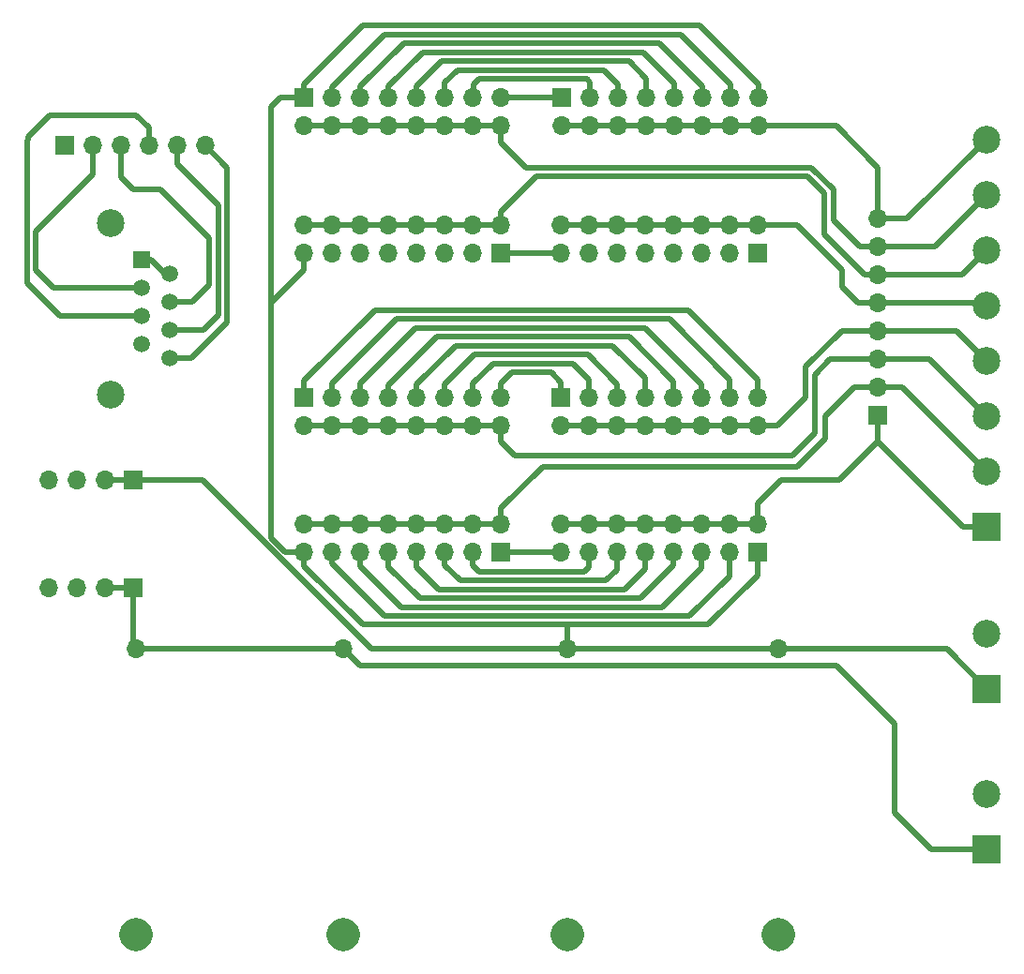
<source format=gbl>
G04 #@! TF.GenerationSoftware,KiCad,Pcbnew,7.0.7*
G04 #@! TF.CreationDate,2024-01-31T17:53:19+01:00*
G04 #@! TF.ProjectId,CabelAdapter,43616265-6c41-4646-9170-7465722e6b69,rev?*
G04 #@! TF.SameCoordinates,Original*
G04 #@! TF.FileFunction,Copper,L4,Bot*
G04 #@! TF.FilePolarity,Positive*
%FSLAX46Y46*%
G04 Gerber Fmt 4.6, Leading zero omitted, Abs format (unit mm)*
G04 Created by KiCad (PCBNEW 7.0.7) date 2024-01-31 17:53:19*
%MOMM*%
%LPD*%
G01*
G04 APERTURE LIST*
G04 Aperture macros list*
%AMFreePoly0*
4,1,39,0.368228,1.454100,0.602543,1.373660,0.820422,1.255750,1.015922,1.103586,1.183711,0.921319,1.319211,0.713921,1.418726,0.487049,1.479542,0.246892,1.500000,0.000000,1.479542,-0.246892,1.418726,-0.487049,1.319211,-0.713921,1.183711,-0.921319,1.015922,-1.103586,0.820422,-1.255750,0.602543,-1.373660,0.368228,-1.454100,0.123869,-1.494877,-0.123869,-1.494877,-0.368228,-1.454100,
-0.602543,-1.373660,-0.820422,-1.255750,-1.015922,-1.103586,-1.183711,-0.921319,-1.319211,-0.713921,-1.418726,-0.487049,-1.479542,-0.246892,-1.500000,0.000000,-1.479542,0.246892,-1.418726,0.487049,-1.319211,0.713921,-1.183711,0.921319,-1.015922,1.103586,-0.820422,1.255750,-0.602543,1.373660,-0.368228,1.454100,-0.123869,1.494877,0.123869,1.494877,0.368228,1.454100,0.368228,1.454100,
$1*%
G04 Aperture macros list end*
G04 #@! TA.AperFunction,ComponentPad*
%ADD10R,1.700000X1.700000*%
G04 #@! TD*
G04 #@! TA.AperFunction,ComponentPad*
%ADD11O,1.700000X1.700000*%
G04 #@! TD*
G04 #@! TA.AperFunction,ComponentPad*
%ADD12FreePoly0,0.000000*%
G04 #@! TD*
G04 #@! TA.AperFunction,ComponentPad*
%ADD13R,1.500000X1.500000*%
G04 #@! TD*
G04 #@! TA.AperFunction,ComponentPad*
%ADD14C,1.500000*%
G04 #@! TD*
G04 #@! TA.AperFunction,ComponentPad*
%ADD15C,2.500000*%
G04 #@! TD*
G04 #@! TA.AperFunction,ComponentPad*
%ADD16R,2.500000X2.500000*%
G04 #@! TD*
G04 #@! TA.AperFunction,Conductor*
%ADD17C,0.500000*%
G04 #@! TD*
G04 APERTURE END LIST*
D10*
X150160000Y-103000000D03*
D11*
X150160000Y-100460000D03*
X147620000Y-103000000D03*
X147620000Y-100460000D03*
X145080000Y-103000000D03*
X145080000Y-100460000D03*
X142540000Y-103000000D03*
X142540000Y-100460000D03*
X140000000Y-103000000D03*
X140000000Y-100460000D03*
X137460000Y-103000000D03*
X137460000Y-100460000D03*
X134920000Y-103000000D03*
X134920000Y-100460000D03*
X132380000Y-103000000D03*
X132380000Y-100460000D03*
D10*
X93800000Y-133250000D03*
D11*
X91260000Y-133250000D03*
X88720000Y-133250000D03*
X86180000Y-133250000D03*
D10*
X127000000Y-130000000D03*
D11*
X127000000Y-127460000D03*
X124460000Y-130000000D03*
X124460000Y-127460000D03*
X121920000Y-130000000D03*
X121920000Y-127460000D03*
X119380000Y-130000000D03*
X119380000Y-127460000D03*
X116840000Y-130000000D03*
X116840000Y-127460000D03*
X114300000Y-130000000D03*
X114300000Y-127460000D03*
X111760000Y-130000000D03*
X111760000Y-127460000D03*
X109220000Y-130000000D03*
X109220000Y-127460000D03*
X152000000Y-138750000D03*
D12*
X152000000Y-164500000D03*
D10*
X132500000Y-88960000D03*
D11*
X132500000Y-91500000D03*
X135040000Y-88960000D03*
X135040000Y-91500000D03*
X137580000Y-88960000D03*
X137580000Y-91500000D03*
X140120000Y-88960000D03*
X140120000Y-91500000D03*
X142660000Y-88960000D03*
X142660000Y-91500000D03*
X145200000Y-88960000D03*
X145200000Y-91500000D03*
X147740000Y-88960000D03*
X147740000Y-91500000D03*
X150280000Y-88960000D03*
X150280000Y-91500000D03*
D10*
X132380000Y-116000000D03*
D11*
X132380000Y-118540000D03*
X134920000Y-116000000D03*
X134920000Y-118540000D03*
X137460000Y-116000000D03*
X137460000Y-118540000D03*
X140000000Y-116000000D03*
X140000000Y-118540000D03*
X142540000Y-116000000D03*
X142540000Y-118540000D03*
X145080000Y-116000000D03*
X145080000Y-118540000D03*
X147620000Y-116000000D03*
X147620000Y-118540000D03*
X150160000Y-116000000D03*
X150160000Y-118540000D03*
X133000000Y-138750000D03*
D12*
X133000000Y-164500000D03*
D13*
X94500000Y-103555000D03*
D14*
X97040000Y-104825000D03*
X94500000Y-106095000D03*
X97040000Y-107365000D03*
X94500000Y-108635000D03*
X97040000Y-109905000D03*
X94500000Y-111175000D03*
X97040000Y-112445000D03*
D15*
X91706000Y-100253000D03*
X91706000Y-115747000D03*
D10*
X127000000Y-103000000D03*
D11*
X127000000Y-100460000D03*
X124460000Y-103000000D03*
X124460000Y-100460000D03*
X121920000Y-103000000D03*
X121920000Y-100460000D03*
X119380000Y-103000000D03*
X119380000Y-100460000D03*
X116840000Y-103000000D03*
X116840000Y-100460000D03*
X114300000Y-103000000D03*
X114300000Y-100460000D03*
X111760000Y-103000000D03*
X111760000Y-100460000D03*
X109220000Y-103000000D03*
X109220000Y-100460000D03*
D10*
X161000000Y-117620000D03*
D11*
X161000000Y-115080000D03*
X161000000Y-112540000D03*
X161000000Y-110000000D03*
X161000000Y-107460000D03*
X161000000Y-104920000D03*
X161000000Y-102380000D03*
X161000000Y-99840000D03*
D10*
X93800000Y-123500000D03*
D11*
X91260000Y-123500000D03*
X88720000Y-123500000D03*
X86180000Y-123500000D03*
D10*
X109220000Y-116000000D03*
D11*
X109220000Y-118540000D03*
X111760000Y-116000000D03*
X111760000Y-118540000D03*
X114300000Y-116000000D03*
X114300000Y-118540000D03*
X116840000Y-116000000D03*
X116840000Y-118540000D03*
X119380000Y-116000000D03*
X119380000Y-118540000D03*
X121920000Y-116000000D03*
X121920000Y-118540000D03*
X124460000Y-116000000D03*
X124460000Y-118540000D03*
X127000000Y-116000000D03*
X127000000Y-118540000D03*
X112750000Y-138750000D03*
D12*
X112750000Y-164500000D03*
D16*
X170800000Y-142320570D03*
D15*
X170800000Y-137320570D03*
D16*
X170800000Y-156820570D03*
D15*
X170800000Y-151820570D03*
D10*
X109220000Y-88960000D03*
D11*
X109220000Y-91500000D03*
X111760000Y-88960000D03*
X111760000Y-91500000D03*
X114300000Y-88960000D03*
X114300000Y-91500000D03*
X116840000Y-88960000D03*
X116840000Y-91500000D03*
X119380000Y-88960000D03*
X119380000Y-91500000D03*
X121920000Y-88960000D03*
X121920000Y-91500000D03*
X124460000Y-88960000D03*
X124460000Y-91500000D03*
X127000000Y-88960000D03*
X127000000Y-91500000D03*
D16*
X170800000Y-127700570D03*
D15*
X170800000Y-122700570D03*
X170800000Y-117700570D03*
X170800000Y-112700570D03*
X170800000Y-107700570D03*
X170800000Y-102700570D03*
X170800000Y-97700570D03*
X170800000Y-92700570D03*
D11*
X94000000Y-138750000D03*
D12*
X94000000Y-164500000D03*
D10*
X87550000Y-93250000D03*
D11*
X90090000Y-93250000D03*
X92630000Y-93250000D03*
X95170000Y-93250000D03*
X97710000Y-93250000D03*
X100250000Y-93250000D03*
D10*
X150130000Y-130000000D03*
D11*
X150130000Y-127460000D03*
X147590000Y-130000000D03*
X147590000Y-127460000D03*
X145050000Y-130000000D03*
X145050000Y-127460000D03*
X142510000Y-130000000D03*
X142510000Y-127460000D03*
X139970000Y-130000000D03*
X139970000Y-127460000D03*
X137430000Y-130000000D03*
X137430000Y-127460000D03*
X134890000Y-130000000D03*
X134890000Y-127460000D03*
X132350000Y-130000000D03*
X132350000Y-127460000D03*
D17*
X95370000Y-103555000D02*
X96640000Y-104825000D01*
X129500000Y-130000000D02*
X132350000Y-130000000D01*
X94100000Y-103555000D02*
X95370000Y-103555000D01*
X127000000Y-88960000D02*
X129750000Y-88960000D01*
X129750000Y-88960000D02*
X132500000Y-88960000D01*
X131500000Y-113750000D02*
X132380000Y-114630000D01*
X129750000Y-103000000D02*
X127000000Y-103000000D01*
X127000000Y-130000000D02*
X129500000Y-130000000D01*
X127000000Y-116000000D02*
X127000000Y-114750000D01*
X127000000Y-114750000D02*
X128000000Y-113750000D01*
X132380000Y-103000000D02*
X129750000Y-103000000D01*
X128000000Y-113750000D02*
X131500000Y-113750000D01*
X132380000Y-114630000D02*
X132380000Y-116000000D01*
X94500000Y-106095000D02*
X86595000Y-106095000D01*
X90090000Y-95910000D02*
X90090000Y-93250000D01*
X124460000Y-114790000D02*
X126300000Y-112950000D01*
X124500000Y-88920000D02*
X124500000Y-87750000D01*
X134890000Y-131360000D02*
X134890000Y-130000000D01*
X124460000Y-130000000D02*
X124460000Y-131210000D01*
X133450000Y-112950000D02*
X134920000Y-114420000D01*
X124500000Y-87750000D02*
X125000000Y-87250000D01*
X126300000Y-112950000D02*
X133450000Y-112950000D01*
X125000000Y-131750000D02*
X134500000Y-131750000D01*
X134920000Y-114420000D02*
X134920000Y-116000000D01*
X134500000Y-131750000D02*
X134890000Y-131360000D01*
X134750000Y-87250000D02*
X135040000Y-87540000D01*
X124460000Y-131210000D02*
X125000000Y-131750000D01*
X135040000Y-87540000D02*
X135040000Y-88960000D01*
X85000000Y-101000000D02*
X90090000Y-95910000D01*
X85000000Y-104500000D02*
X85000000Y-101000000D01*
X124460000Y-116000000D02*
X124460000Y-114790000D01*
X86595000Y-106095000D02*
X85000000Y-104500000D01*
X124460000Y-88960000D02*
X124500000Y-88920000D01*
X125000000Y-87250000D02*
X134750000Y-87250000D01*
X137580000Y-87757919D02*
X137580000Y-88960000D01*
X100650000Y-101650000D02*
X96250000Y-97250000D01*
X96250000Y-97250000D02*
X93750000Y-97250000D01*
X137460000Y-114797919D02*
X137460000Y-116000000D01*
X96640000Y-107365000D02*
X99135000Y-107365000D01*
X136272081Y-86450000D02*
X137580000Y-87757919D01*
X100650000Y-105850000D02*
X100650000Y-101650000D01*
X137430000Y-131570000D02*
X137430000Y-130000000D01*
X121920000Y-87580000D02*
X123050000Y-86450000D01*
X121920000Y-116000000D02*
X121920000Y-114830000D01*
X121920000Y-114830000D02*
X124600000Y-112150000D01*
X134812081Y-112150000D02*
X137460000Y-114797919D01*
X123300000Y-132550000D02*
X136450000Y-132550000D01*
X124600000Y-112150000D02*
X134812081Y-112150000D01*
X123050000Y-86450000D02*
X136272081Y-86450000D01*
X121920000Y-130000000D02*
X121920000Y-131170000D01*
X93750000Y-97250000D02*
X92630000Y-96130000D01*
X136450000Y-132550000D02*
X137430000Y-131570000D01*
X121920000Y-131170000D02*
X123300000Y-132550000D01*
X99135000Y-107365000D02*
X100650000Y-105850000D01*
X92630000Y-96130000D02*
X92630000Y-93250000D01*
X121920000Y-88960000D02*
X121920000Y-87580000D01*
X119380000Y-87870000D02*
X121600000Y-85650000D01*
X84200000Y-105700000D02*
X87135000Y-108635000D01*
X119380000Y-88960000D02*
X119380000Y-87870000D01*
X138529899Y-85650000D02*
X140120000Y-87240101D01*
X87135000Y-108635000D02*
X94500000Y-108635000D01*
X95170000Y-91670000D02*
X94000000Y-90500000D01*
X119380000Y-131380000D02*
X121350000Y-133350000D01*
X119380000Y-114870000D02*
X122900000Y-111350000D01*
X86250000Y-90500000D02*
X84250000Y-92500000D01*
X84250000Y-92500000D02*
X84250000Y-92750000D01*
X140000000Y-114280101D02*
X140000000Y-116000000D01*
X140120000Y-87240101D02*
X140120000Y-88960000D01*
X95170000Y-93250000D02*
X95170000Y-91670000D01*
X94000000Y-90500000D02*
X86250000Y-90500000D01*
X84200000Y-92800000D02*
X84200000Y-105700000D01*
X121600000Y-85650000D02*
X138529899Y-85650000D01*
X84250000Y-92750000D02*
X84200000Y-92800000D01*
X121350000Y-133350000D02*
X138150000Y-133350000D01*
X122900000Y-111350000D02*
X137069899Y-111350000D01*
X139970000Y-131530000D02*
X139970000Y-130000000D01*
X119380000Y-130000000D02*
X119380000Y-131380000D01*
X137069899Y-111350000D02*
X140000000Y-114280101D01*
X119380000Y-116000000D02*
X119380000Y-114870000D01*
X138150000Y-133350000D02*
X139970000Y-131530000D01*
X142510000Y-131202081D02*
X142510000Y-130000000D01*
X116840000Y-130000000D02*
X116840000Y-131340000D01*
X96640000Y-109905000D02*
X100095000Y-109905000D01*
X116840000Y-131340000D02*
X119650000Y-134150000D01*
X101450000Y-108550000D02*
X101450000Y-98700000D01*
X139850000Y-84850000D02*
X142660000Y-87660000D01*
X116840000Y-88960000D02*
X116840000Y-87910000D01*
X142540000Y-114540000D02*
X142540000Y-116000000D01*
X119900000Y-84850000D02*
X139850000Y-84850000D01*
X116840000Y-87910000D02*
X119900000Y-84850000D01*
X142660000Y-87660000D02*
X142660000Y-88960000D01*
X97710000Y-94960000D02*
X97710000Y-93250000D01*
X121200000Y-110550000D02*
X138550000Y-110550000D01*
X116840000Y-114910000D02*
X121200000Y-110550000D01*
X138550000Y-110550000D02*
X142540000Y-114540000D01*
X139562081Y-134150000D02*
X142510000Y-131202081D01*
X116840000Y-116000000D02*
X116840000Y-114910000D01*
X100095000Y-109905000D02*
X101450000Y-108550000D01*
X119650000Y-134150000D02*
X139562081Y-134150000D01*
X101450000Y-98700000D02*
X97710000Y-94960000D01*
X140032081Y-109750000D02*
X145080000Y-114797919D01*
X145200000Y-87950000D02*
X145200000Y-88960000D01*
X141300000Y-84050000D02*
X145200000Y-87950000D01*
X114300000Y-131300000D02*
X117950000Y-134950000D01*
X102250000Y-95250000D02*
X100250000Y-93250000D01*
X102250000Y-109250000D02*
X102250000Y-95250000D01*
X141550000Y-134950000D02*
X145050000Y-131450000D01*
X99055000Y-112445000D02*
X96640000Y-112445000D01*
X114300000Y-116000000D02*
X114300000Y-114800000D01*
X114300000Y-114800000D02*
X114250000Y-114750000D01*
X145050000Y-131450000D02*
X145050000Y-130000000D01*
X114300000Y-130000000D02*
X114300000Y-131300000D01*
X114300000Y-87950000D02*
X118200000Y-84050000D01*
X145080000Y-114797919D02*
X145080000Y-116000000D01*
X114300000Y-88960000D02*
X114300000Y-87950000D01*
X102250000Y-109250000D02*
X99055000Y-112445000D01*
X117950000Y-134950000D02*
X141550000Y-134950000D01*
X119250000Y-109750000D02*
X140032081Y-109750000D01*
X114250000Y-114750000D02*
X119250000Y-109750000D01*
X118200000Y-84050000D02*
X141300000Y-84050000D01*
X168700570Y-127700570D02*
X170800000Y-127700570D01*
X150130000Y-127460000D02*
X150130000Y-125620000D01*
X132350000Y-127460000D02*
X150130000Y-127460000D01*
X161000000Y-120000000D02*
X168700570Y-127700570D01*
X152250000Y-123500000D02*
X157500000Y-123500000D01*
X161000000Y-120000000D02*
X161000000Y-117620000D01*
X157500000Y-123500000D02*
X161000000Y-120000000D01*
X150130000Y-125620000D02*
X152250000Y-123500000D01*
X165820570Y-156820570D02*
X170800000Y-156820570D01*
X112750000Y-138750000D02*
X114250000Y-140250000D01*
X147740000Y-87740000D02*
X147740000Y-88960000D01*
X93800000Y-133250000D02*
X93800000Y-138550000D01*
X93800000Y-138550000D02*
X94000000Y-138750000D01*
X111760000Y-114760000D02*
X111750000Y-114750000D01*
X147590000Y-132160000D02*
X147590000Y-130000000D01*
X157250000Y-140250000D02*
X162500000Y-145500000D01*
X114250000Y-140250000D02*
X157250000Y-140250000D01*
X111760000Y-87990000D02*
X116500000Y-83250000D01*
X143250000Y-83250000D02*
X147740000Y-87740000D01*
X147620000Y-114370000D02*
X147620000Y-116000000D01*
X162500000Y-145500000D02*
X162500000Y-153500000D01*
X111760000Y-131010000D02*
X116500000Y-135750000D01*
X117550000Y-108950000D02*
X142200000Y-108950000D01*
X162500000Y-153500000D02*
X165820570Y-156820570D01*
X111760000Y-88960000D02*
X111760000Y-87990000D01*
X116500000Y-83250000D02*
X143250000Y-83250000D01*
X144000000Y-135750000D02*
X147590000Y-132160000D01*
X116500000Y-135750000D02*
X144000000Y-135750000D01*
X111760000Y-130000000D02*
X111760000Y-131010000D01*
X112750000Y-138750000D02*
X94000000Y-138750000D01*
X142200000Y-108950000D02*
X147620000Y-114370000D01*
X111760000Y-116000000D02*
X111760000Y-114760000D01*
X111750000Y-114750000D02*
X117550000Y-108950000D01*
X93800000Y-133250000D02*
X91260000Y-133250000D01*
X109220000Y-116000000D02*
X109220000Y-114530000D01*
X109220000Y-88960000D02*
X107040000Y-88960000D01*
X133000000Y-136550000D02*
X145700000Y-136550000D01*
X109220000Y-114530000D02*
X115600000Y-108150000D01*
X91260000Y-123500000D02*
X93800000Y-123500000D01*
X109220000Y-131220000D02*
X114550000Y-136550000D01*
X133000000Y-138750000D02*
X115250000Y-138750000D01*
X150160000Y-114410000D02*
X150160000Y-116000000D01*
X170800000Y-142320570D02*
X167229430Y-138750000D01*
X114550000Y-82450000D02*
X144950000Y-82450000D01*
X109220000Y-104530000D02*
X106250000Y-107500000D01*
X109220000Y-88960000D02*
X109220000Y-87780000D01*
X167229430Y-138750000D02*
X152000000Y-138750000D01*
X107500000Y-130000000D02*
X109220000Y-130000000D01*
X109220000Y-87780000D02*
X114550000Y-82450000D01*
X106250000Y-128750000D02*
X107500000Y-130000000D01*
X115600000Y-108150000D02*
X143900000Y-108150000D01*
X150130000Y-132120000D02*
X150130000Y-130000000D01*
X144950000Y-82450000D02*
X150280000Y-87780000D01*
X150280000Y-87780000D02*
X150280000Y-88960000D01*
X115250000Y-138750000D02*
X100000000Y-123500000D01*
X143900000Y-108150000D02*
X150160000Y-114410000D01*
X106250000Y-107500000D02*
X106250000Y-128750000D01*
X152000000Y-138750000D02*
X133000000Y-138750000D01*
X100000000Y-123500000D02*
X93800000Y-123500000D01*
X109220000Y-130000000D02*
X109220000Y-131220000D01*
X106250000Y-89750000D02*
X106250000Y-107500000D01*
X131000000Y-136550000D02*
X133000000Y-136550000D01*
X114550000Y-136550000D02*
X131000000Y-136550000D01*
X145700000Y-136550000D02*
X150130000Y-132120000D01*
X133000000Y-138750000D02*
X133000000Y-136550000D01*
X107040000Y-88960000D02*
X106250000Y-89750000D01*
X109220000Y-103000000D02*
X109220000Y-104530000D01*
X158920000Y-115080000D02*
X161000000Y-115080000D01*
X127000000Y-127460000D02*
X127000000Y-126000000D01*
X156250000Y-119750000D02*
X156250000Y-117750000D01*
X163179430Y-115080000D02*
X170800000Y-122700570D01*
X161000000Y-115080000D02*
X163179430Y-115080000D01*
X130750000Y-122250000D02*
X153750000Y-122250000D01*
X156250000Y-117750000D02*
X158920000Y-115080000D01*
X127000000Y-126000000D02*
X130750000Y-122250000D01*
X109220000Y-127460000D02*
X127000000Y-127460000D01*
X153750000Y-122250000D02*
X156250000Y-119750000D01*
X155300000Y-119200000D02*
X155300000Y-113950000D01*
X165639430Y-112540000D02*
X170800000Y-117700570D01*
X155300000Y-113950000D02*
X156710000Y-112540000D01*
X153250000Y-121250000D02*
X155300000Y-119200000D01*
X127000000Y-118540000D02*
X127000000Y-120000000D01*
X161000000Y-112540000D02*
X165639430Y-112540000D01*
X156710000Y-112540000D02*
X161000000Y-112540000D01*
X128250000Y-121250000D02*
X153250000Y-121250000D01*
X109220000Y-118540000D02*
X127000000Y-118540000D01*
X127000000Y-120000000D02*
X128250000Y-121250000D01*
X161000000Y-110000000D02*
X168099430Y-110000000D01*
X154500000Y-116000000D02*
X154500000Y-113250000D01*
X154500000Y-113250000D02*
X157750000Y-110000000D01*
X151960000Y-118540000D02*
X154500000Y-116000000D01*
X150160000Y-118540000D02*
X151960000Y-118540000D01*
X157750000Y-110000000D02*
X161000000Y-110000000D01*
X168099430Y-110000000D02*
X170800000Y-112700570D01*
X132380000Y-118540000D02*
X150160000Y-118540000D01*
X157750000Y-104500000D02*
X157750000Y-106000000D01*
X153710000Y-100460000D02*
X157750000Y-104500000D01*
X159210000Y-107460000D02*
X161000000Y-107460000D01*
X132380000Y-100460000D02*
X150160000Y-100460000D01*
X150160000Y-100460000D02*
X153710000Y-100460000D01*
X157750000Y-106000000D02*
X159210000Y-107460000D01*
X161000000Y-107460000D02*
X170559430Y-107460000D01*
X170559430Y-107460000D02*
X170800000Y-107700570D01*
X159797919Y-104920000D02*
X161000000Y-104920000D01*
X161000000Y-104920000D02*
X168580570Y-104920000D01*
X130200000Y-96050000D02*
X154668630Y-96050000D01*
X168580570Y-104920000D02*
X170800000Y-102700570D01*
X156200000Y-101322081D02*
X159797919Y-104920000D01*
X156200000Y-97581370D02*
X156200000Y-101322081D01*
X127000000Y-99250000D02*
X130200000Y-96050000D01*
X127000000Y-100460000D02*
X127000000Y-99250000D01*
X109220000Y-100460000D02*
X127000000Y-100460000D01*
X154668630Y-96050000D02*
X156200000Y-97581370D01*
X109220000Y-91500000D02*
X127000000Y-91500000D01*
X129250000Y-95250000D02*
X155000000Y-95250000D01*
X166120570Y-102380000D02*
X170800000Y-97700570D01*
X159380000Y-102380000D02*
X161000000Y-102380000D01*
X157000000Y-100000000D02*
X159380000Y-102380000D01*
X157000000Y-97250000D02*
X157000000Y-100000000D01*
X127000000Y-93000000D02*
X129250000Y-95250000D01*
X161000000Y-102380000D02*
X166120570Y-102380000D01*
X127000000Y-91500000D02*
X127000000Y-93000000D01*
X155000000Y-95250000D02*
X157000000Y-97250000D01*
X150280000Y-91500000D02*
X157250000Y-91500000D01*
X161000000Y-95250000D02*
X161000000Y-99840000D01*
X163660570Y-99840000D02*
X170800000Y-92700570D01*
X157250000Y-91500000D02*
X161000000Y-95250000D01*
X132500000Y-91500000D02*
X150280000Y-91500000D01*
X161000000Y-99840000D02*
X163660570Y-99840000D01*
M02*

</source>
